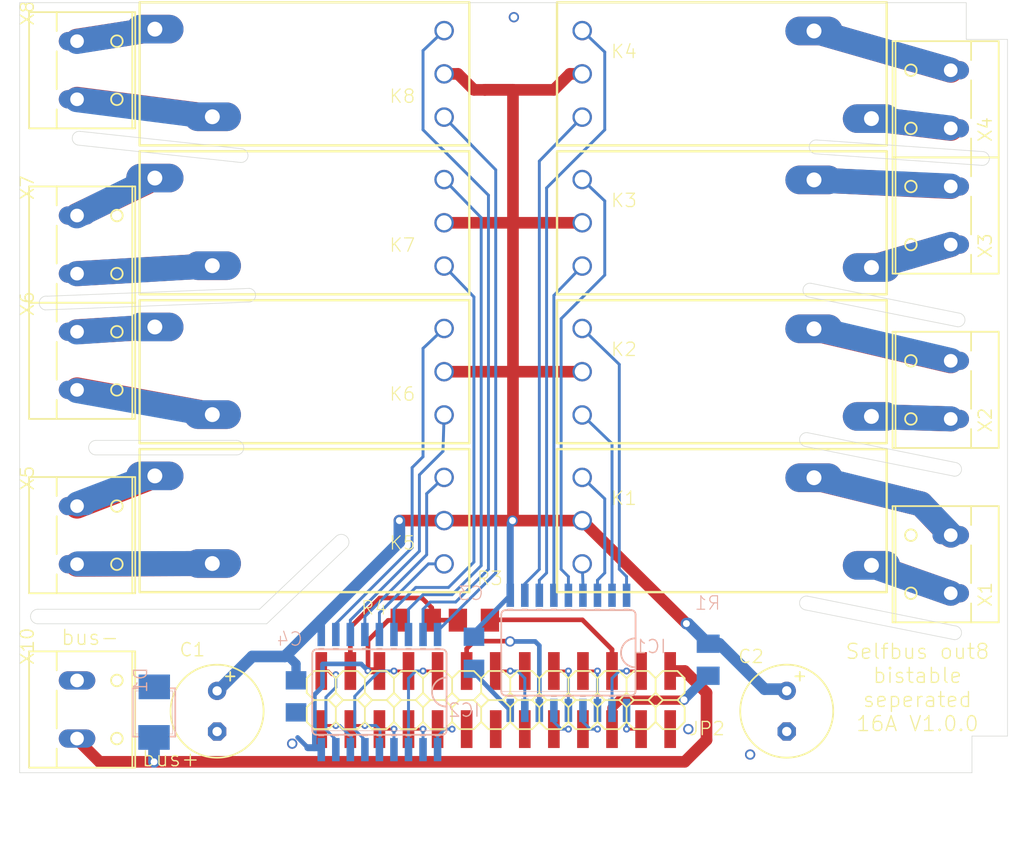
<source format=kicad_pcb>
(kicad_pcb (version 20221018) (generator pcbnew)
  (layers (0 "F.Cu" signal) (31 "B.Cu" signal) (34 "B.Paste" user) (35 "F.Paste" user) (36 "B.SilkS" user "B.Silkscreen") (37 "F.SilkS" user "F.Silkscreen") (38 "B.Mask" user) (39 "F.Mask" user) (44 "Edge.Cuts" user))
  (net 0 "")
  (net 1 "GND")
  (net 2 "VDD")
  (net 3 "EIB+")
  (net 4 "IO5")
  (net 5 "IO6")
  (net 6 "IO8")
  (net 7 "IO2")
  (net 8 "IO1")
  (net 9 "IO7")
  (net 10 "IO4")
  (net 11 "O3")
  (net 12 "O4")
  (net 13 "O1")
  (net 14 "O2")
  (net 15 "O6")
  (net 16 "O5")
  (net 17 "O8")
  (net 18 "O7")
  (net 19 "O16")
  (net 20 "O15")
  (net 21 "O14")
  (net 22 "O13")
  (net 23 "O12")
  (net 24 "O11")
  (net 25 "O10")
  (net 26 "O9")
  (net 27 "IO9")
  (net 28 "IO10")
  (net 29 "IO11")
  (net 30 "IO12")
  (net 31 "IO15")
  (net 32 "IO16")
  (net 33 "N$2")
  (net 34 "K78")
  (net 35 "N$11")
  (net 36 "N$13")
  (net 37 "N$14")
  (net 38 "K56")
  (net 39 "N$1")
  (net 40 "N$4")
  (net 41 "K34")
  (net 42 "N$3")
  (net 43 "K12")
  (net 44 "N$8")
  (net 45 "VCC_3V3")
  (net 46 "EIB_DC")
  (net 47 "IO13")
  (net 48 "IO14")
  (net 49 "APP_SEL")
  (net 50 "PIO0_9")
  (net 51 "N$5")
  (net 52 "N$6")
  (net 53 "N$7")
  (net 54 "N$9")
  (footprint "app_out_8x_16A_bistab_seperated_4MU_BOT_v1.0.0:HFE20-3-504" (layer "F.Cu") (at 129.8351 116.6241 180)
    (fp_text reference "K5")
    (fp_text value "HFE20-1-024-1HD504")
  )
  (footprint "app_out_8x_16A_bistab_seperated_4MU_BOT_v1.0.0:2X13SMD" (layer "F.Cu") (at 160.9136 133.5786 180)
    (fp_text reference "JP2")
    (fp_text value "")
  )
  (footprint "app_out_8x_16A_bistab_seperated_4MU_BOT_v1.0.0:E3,5-8" (layer "F.Cu") (at 172.366553 133.279285 -90)
    (fp_text reference "C2")
    (fp_text value "330µF")
  )
  (footprint "app_out_8x_16A_bistab_seperated_4MU_BOT_v1.0.0:W237-132" (layer "F.Cu") (at 186.0596 89.9541 90)
    (fp_text reference "X3")
    (fp_text value "")
  )
  (footprint "app_out_8x_16A_bistab_seperated_4MU_BOT_v1.0.0:HFE20-3-504" (layer "F.Cu") (at 167.1001 77.5716)
    (fp_text reference "K4")
    (fp_text value "HFE20-1-024-1HD504")
  )
  (footprint "app_out_8x_16A_bistab_seperated_4MU_BOT_v1.0.0:M1206" (layer "F.Cu") (at 139.9586 125.3236)
    (fp_text reference "R4")
    (fp_text value "33k")
  )
  (footprint "app_out_8x_16A_bistab_seperated_4MU_BOT_v1.0.0:E3,5-8" (layer "F.Cu") (at 122.603478 133.284382 -90)
    (fp_text reference "C1")
    (fp_text value "330µF")
  )
  (footprint "app_out_8x_16A_bistab_seperated_4MU_BOT_v1.0.0:HFE20-3-504" (layer "F.Cu") (at 167.1001 90.5891)
    (fp_text reference "K3")
    (fp_text value "HFE20-1-024-1HD504")
  )
  (footprint "app_out_8x_16A_bistab_seperated_4MU_BOT_v1.0.0:HFE20-3-504" (layer "F.Cu") (at 167.1001 116.6241)
    (fp_text reference "K1")
    (fp_text value "HFE20-1-024-1HD504")
  )
  (footprint "app_out_8x_16A_bistab_seperated_4MU_BOT_v1.0.0:W237-132" (layer "F.Cu") (at 186.0596 105.1941 90)
    (fp_text reference "X2")
    (fp_text value "")
  )
  (footprint "app_out_8x_16A_bistab_seperated_4MU_BOT_v1.0.0:HFE20-3-504" (layer "F.Cu") (at 129.8351 90.5891 180)
    (fp_text reference "K7")
    (fp_text value "HFE20-1-024-1HD504")
  )
  (footprint "app_out_8x_16A_bistab_seperated_4MU_BOT_v1.0.0:HFE20-3-504" (layer "F.Cu") (at 129.8351 103.6066 180)
    (fp_text reference "K6")
    (fp_text value "HFE20-1-024-1HD504")
  )
  (footprint "app_out_8x_16A_bistab_seperated_4MU_BOT_v1.0.0:W237-132" (layer "F.Cu") (at 186.0596 79.7941 90)
    (fp_text reference "X4")
    (fp_text value "")
  )
  (footprint "app_out_8x_16A_bistab_seperated_4MU_BOT_v1.0.0:W237-132" (layer "F.Cu") (at 111.0026 102.6541 -90)
    (fp_text reference "X6")
    (fp_text value "")
  )
  (footprint "app_out_8x_16A_bistab_seperated_4MU_BOT_v1.0.0:W237-132" (layer "F.Cu") (at 111.0026 117.8941 -90)
    (fp_text reference "X5")
    (fp_text value "")
  )
  (footprint "app_out_8x_16A_bistab_seperated_4MU_BOT_v1.0.0:W237-132" (layer "F.Cu") (at 111.0026 92.4941 -90)
    (fp_text reference "X7")
    (fp_text value "")
  )
  (footprint "app_out_8x_16A_bistab_seperated_4MU_BOT_v1.0.0:HFE20-3-504" (layer "F.Cu") (at 167.0976 103.6066)
    (fp_text reference "K2")
    (fp_text value "HFE20-1-024-1HD504")
  )
  (footprint "app_out_8x_16A_bistab_seperated_4MU_BOT_v1.0.0:M1206" (layer "F.Cu") (at 145.0386 125.3236)
    (fp_text reference "R3")
    (fp_text value "33k")
  )
  (footprint "app_out_8x_16A_bistab_seperated_4MU_BOT_v1.0.0:W237-132" (layer "F.Cu") (at 111.0026 133.1341 -90)
    (fp_text reference "X10")
    (fp_text value "")
  )
  (footprint "app_out_8x_16A_bistab_seperated_4MU_BOT_v1.0.0:W237-132" (layer "F.Cu") (at 111.0026 77.2541 -90)
    (fp_text reference "X8")
    (fp_text value "")
  )
  (footprint "app_out_8x_16A_bistab_seperated_4MU_BOT_v1.0.0:HFE20-3-504" (layer "F.Cu") (at 129.8376 77.5716 180)
    (fp_text reference "K8")
    (fp_text value "HFE20-1-024-1HD504")
  )
  (footprint "app_out_8x_16A_bistab_seperated_4MU_BOT_v1.0.0:W237-132" (layer "F.Cu") (at 186.0596 120.4341 90)
    (fp_text reference "X1")
    (fp_text value "")
  )
  (footprint "" (layer "F.Cu") (at 148.6201 75.1636)
    (fp_text reference "@HOLE0" hide)
    (fp_text value "")
  )
  (footprint "app_out_8x_16A_bistab_seperated_4MU_BOT_v1.0.0:M1206" (layer "B.Cu") (at 165.502203 128.784029 90)
    (fp_text reference "R1")
    (fp_text value "680")
  )
  (footprint "app_out_8x_16A_bistab_seperated_4MU_BOT_v1.0.0:SO18W" (layer "B.Cu") (at 136.7836 131.6101 180)
    (fp_text reference "IC2")
    (fp_text value "ULN2803")
  )
  (footprint "app_out_8x_16A_bistab_seperated_4MU_BOT_v1.0.0:C1206" (layer "B.Cu") (at 129.498121 131.984169 -90)
    (fp_text reference "C4")
    (fp_text value "100n")
  )
  (footprint "app_out_8x_16A_bistab_seperated_4MU_BOT_v1.0.0:SO18W" (layer "B.Cu") (at 153.2936 128.1811 180)
    (fp_text reference "IC1")
    (fp_text value "ULN2803")
  )
  (footprint "app_out_8x_16A_bistab_seperated_4MU_BOT_v1.0.0:SMB" (layer "B.Cu") (at 117.219012 133.265004 90)
    (fp_text reference "D1")
    (fp_text value "SMAJ40CA")
  )
  (footprint "app_out_8x_16A_bistab_seperated_4MU_BOT_v1.0.0:C1206" (layer "B.Cu") (at 145.0436 128.1736 -90)
    (fp_text reference "C3")
    (fp_text value "100n")
  )
  (gr_arc (start 174.8311 84.5561) (mid 174.3311 83.8561) (end 175.0311 83.3561) (stroke (width 0.05)) (layer "Edge.Cuts"))
  (gr_arc (start 124.7561 84.1161) (mid 125.3061 84.7661) (end 124.6561 85.3161) (stroke (width 0.05)) (layer "Edge.Cuts"))
  (gr_arc (start 124.9311 110.2461) (mid 124.745113 110.695113) (end 124.2961 110.8811) (stroke (width 0.05)) (layer "Edge.Cuts"))
  (gr_arc (start 187.3911 98.4786) (mid 187.9411 99.1286) (end 187.2911 99.6786) (stroke (width 0.05)) (layer "Edge.Cuts"))
  (gr_line (start 126.9411 125.6411) (end 106.9386 125.6411) (stroke (width 0.05)) (layer "Edge.Cuts"))
  (gr_line (start 175.0311 83.3561) (end 189.5186 84.3686) (stroke (width 0.05)) (layer "Edge.Cuts"))
  (gr_line (start 124.6561 85.3161) (end 110.4511 83.7986) (stroke (width 0.05)) (layer "Edge.Cuts"))
  (gr_line (start 191.6511 135.4586) (end 188.5511 135.4586) (stroke (width 0.05)) (layer "Edge.Cuts"))
  (gr_line (start 126.9411 125.6411) (end 133.9261 118.9736) (stroke (width 0.05)) (layer "Edge.Cuts"))
  (gr_arc (start 110.4511 83.7986) (mid 109.9511 83.0986) (end 110.6511 82.5986) (stroke (width 0.05)) (layer "Edge.Cuts"))
  (gr_arc (start 187.0911 111.5386) (mid 187.6411 112.1886) (end 186.9911 112.7386) (stroke (width 0.05)) (layer "Edge.Cuts"))
  (gr_line (start 191.6511 74.5586) (end 191.6511 135.4586) (stroke (width 0.05)) (layer "Edge.Cuts"))
  (gr_line (start 188.5511 135.4586) (end 188.5511 138.6586) (stroke (width 0.05)) (layer "Edge.Cuts"))
  (gr_arc (start 187.0911 125.8261) (mid 187.6411 126.4761) (end 186.9911 127.0261) (stroke (width 0.05)) (layer "Edge.Cuts"))
  (gr_line (start 107.770415 97.005425) (end 125.4211 96.3236) (stroke (width 0.05)) (layer "Edge.Cuts"))
  (gr_line (start 188.5511 138.6586) (end 105.3511 138.6586) (stroke (width 0.05)) (layer "Edge.Cuts"))
  (gr_line (start 105.3511 71.3486) (end 188.0511 71.3486) (stroke (width 0.05)) (layer "Edge.Cuts"))
  (gr_arc (start 112.0186 110.8811) (mid 111.569587 110.695113) (end 111.3836 110.2461) (stroke (width 0.05)) (layer "Edge.Cuts"))
  (gr_line (start 125.3211 97.5236) (end 107.570415 98.205425) (stroke (width 0.05)) (layer "Edge.Cuts"))
  (gr_line (start 186.9911 127.0261) (end 173.9911 124.4261) (stroke (width 0.05)) (layer "Edge.Cuts"))
  (gr_line (start 112.0186 109.6111) (end 124.2961 109.6111) (stroke (width 0.05)) (layer "Edge.Cuts"))
  (gr_arc (start 124.2961 109.6111) (mid 124.745113 109.797087) (end 124.9311 110.2461) (stroke (width 0.05)) (layer "Edge.Cuts"))
  (gr_arc (start 173.9911 124.4261) (mid 173.4911 123.7261) (end 174.1911 123.2261) (stroke (width 0.05)) (layer "Edge.Cuts"))
  (gr_line (start 110.6511 82.5986) (end 124.7561 84.1161) (stroke (width 0.05)) (layer "Edge.Cuts"))
  (gr_arc (start 107.570415 98.205425) (mid 107.070415 97.505425) (end 107.770415 97.005425) (stroke (width 0.05)) (layer "Edge.Cuts"))
  (gr_line (start 106.9386 124.3711) (end 126.3061 124.3711) (stroke (width 0.05)) (layer "Edge.Cuts"))
  (gr_line (start 174.1911 108.9386) (end 187.0911 111.5386) (stroke (width 0.05)) (layer "Edge.Cuts"))
  (gr_line (start 124.2961 110.8811) (end 112.0186 110.8811) (stroke (width 0.05)) (layer "Edge.Cuts"))
  (gr_line (start 187.2911 99.6786) (end 174.2911 97.0786) (stroke (width 0.05)) (layer "Edge.Cuts"))
  (gr_line (start 188.0511 71.3486) (end 188.0511 74.5586) (stroke (width 0.05)) (layer "Edge.Cuts"))
  (gr_arc (start 189.5186 84.3686) (mid 190.0686 85.0186) (end 189.4186 85.5686) (stroke (width 0.05)) (layer "Edge.Cuts"))
  (gr_line (start 189.4186 85.5686) (end 174.8311 84.5561) (stroke (width 0.05)) (layer "Edge.Cuts"))
  (gr_arc (start 106.9386 125.6411) (mid 106.489587 125.455113) (end 106.3036 125.0061) (stroke (width 0.05)) (layer "Edge.Cuts"))
  (gr_arc (start 125.4211 96.3236) (mid 125.9711 96.9736) (end 125.3211 97.5236) (stroke (width 0.05)) (layer "Edge.Cuts"))
  (gr_arc (start 174.2911 97.0786) (mid 173.7911 96.3786) (end 174.4911 95.8786) (stroke (width 0.05)) (layer "Edge.Cuts"))
  (gr_line (start 126.3061 124.3711) (end 132.9736 118.0211) (stroke (width 0.05)) (layer "Edge.Cuts"))
  (gr_arc (start 106.3036 125.0061) (mid 106.489587 124.557087) (end 106.9386 124.3711) (stroke (width 0.05)) (layer "Edge.Cuts"))
  (gr_line (start 186.9911 112.7386) (end 173.9911 110.1386) (stroke (width 0.05)) (layer "Edge.Cuts"))
  (gr_line (start 174.4911 95.8786) (end 187.3911 98.4786) (stroke (width 0.05)) (layer "Edge.Cuts"))
  (gr_arc (start 132.9736 118.0211) (mid 133.9261 118.0211) (end 133.9261 118.9736) (stroke (width 0.05)) (layer "Edge.Cuts"))
  (gr_arc (start 173.9911 110.1386) (mid 173.4911 109.4386) (end 174.1911 108.9386) (stroke (width 0.05)) (layer "Edge.Cuts"))
  (gr_arc (start 111.3836 110.2461) (mid 111.569587 109.797087) (end 112.0186 109.6111) (stroke (width 0.05)) (layer "Edge.Cuts"))
  (gr_line (start 174.1911 123.2261) (end 187.0911 125.8261) (stroke (width 0.05)) (layer "Edge.Cuts"))
  (gr_line (start 105.3511 138.6586) (end 105.3511 71.3486) (stroke (width 0.05)) (layer "Edge.Cuts"))
  (gr_line (start 188.0511 74.5586) (end 191.6511 74.5586) (stroke (width 0.05)) (layer "Edge.Cuts"))
  (gr_text "bus+" (at 118.552365 137.444854) (layer "F.SilkS") (effects (font (size 1.308608 1.308608) (thickness 0.113792))))
  (gr_text "bus-" (at 111.50235 126.8361) (layer "F.SilkS") (effects (font (size 1.308608 1.308608) (thickness 0.113792))))
  (gr_text "Selfbus out8\nbistable\nseperated\n16A V1.0.0" (at 183.788312 131.215304) (layer "F.SilkS") (effects (font (size 1.308608 1.308608) (thickness 0.113792))))
  (segment (start 138.538215 125.343985) (end 138.5586 125.3236) (width 0.4064) (layer "F.Cu") (net 1))
  (segment (start 135.788115 129.7511) (end 136.7661 129.7511) (width 0.6096) (layer "F.Cu") (net 1))
  (segment (start 135.788115 129.7511) (end 135.788115 127.103285) (width 0.4064) (layer "F.Cu") (net 1))
  (segment (start 136.7661 129.7511) (end 136.7836 129.7686) (width 0.6096) (layer "F.Cu") (net 1))
  (segment (start 137.547415 125.343985) (end 138.538215 125.343985) (width 0.4064) (layer "F.Cu") (net 1))
  (segment (start 135.788115 127.103285) (end 137.547415 125.343985) (width 0.4064) (layer "F.Cu") (net 1))
  (via (at 163.7711 134.8486) (size 0.9) (drill 0.6) (layers "F.Cu" "B.Cu") (net 1))
  (via (at 148.5311 72.6186) (size 0.9) (drill 0.6) (layers "F.Cu" "B.Cu") (net 1))
  (via (at 135.788115 129.7511) (size 0.6) (drill 0.3) (layers "F.Cu" "B.Cu") (net 1))
  (via (at 129.1636 136.1186) (size 0.9) (drill 0.6) (layers "F.Cu" "B.Cu") (net 1))
  (via (at 169.1686 137.0711) (size 0.9) (drill 0.6) (layers "F.Cu" "B.Cu") (net 1))
  (segment (start 131.808653 129.181472) (end 131.840125 129.15) (width 0.4064) (layer "B.Cu") (net 1))
  (segment (start 131.100503 131.851497) (end 131.808653 131.143347) (width 0.4064) (layer "B.Cu") (net 1))
  (segment (start 131.840125 129.15) (end 135.187015 129.15) (width 0.4064) (layer "B.Cu") (net 1))
  (segment (start 135.187015 129.15) (end 135.788115 129.7511) (width 0.4064) (layer "B.Cu") (net 1))
  (segment (start 135.788115 129.7511) (end 135.7811 129.7511) (width 0.4064) (layer "B.Cu") (net 1))
  (segment (start 131.08899 136.4736) (end 131.5379 136.4736) (width 0.6096) (layer "B.Cu") (net 1))
  (segment (start 130.5336 136.4736) (end 131.08899 136.4736) (width 0.6096) (layer "B.Cu") (net 1))
  (segment (start 131.808653 131.143347) (end 131.808653 129.181472) (width 0.4064) (layer "B.Cu") (net 1))
  (segment (start 145.1295 129.9945) (end 148.2136 133.2103) (width 0.4064) (layer "B.Cu") (net 1))
  (segment (start 131.5379 136.4736) (end 131.7036 136.6393) (width 0.4064) (layer "B.Cu") (net 1))
  (segment (start 131.100503 136.462088) (end 131.100503 131.851497) (width 0.4064) (layer "B.Cu") (net 1))
  (segment (start 131.4786 136.4143) (end 131.7036 136.6393) (width 0.4064) (layer "B.Cu") (net 1))
  (segment (start 131.08899 136.4736) (end 131.100503 136.462088) (width 0.4064) (layer "B.Cu") (net 1))
  (segment (start 129.638512 135.578513) (end 130.5336 136.4736) (width 0.4064) (layer "B.Cu") (net 1))
  (segment (start 145.0436 129.5736) (end 145.1295 129.9945) (width 0.4064) (layer "B.Cu") (net 1))
  (segment (start 154.5001 77.5716) (end 153.4206 77.5716) (width 1.016) (layer "F.Cu") (net 2))
  (segment (start 148.4511 90.3986) (end 148.4511 78.9586) (width 1.016) (layer "F.Cu") (net 2))
  (segment (start 148.2606 90.5891) (end 148.2606 90.5891) (width 1.016) (layer "F.Cu") (net 2))
  (segment (start 146.0011 78.9586) (end 146.0011 78.9586) (width 1.016) (layer "F.Cu") (net 2))
  (segment (start 143.6416 77.5716) (end 142.4376 77.5716) (width 1.016) (layer "F.Cu") (net 2))
  (segment (start 148.2606 90.5891) (end 142.4351 90.5891) (width 1.016) (layer "F.Cu") (net 2))
  (segment (start 154.5001 116.6241) (end 148.4136 116.6241) (width 1.016) (layer "F.Cu") (net 2))
  (segment (start 152.0236 78.9686) (end 145.9911 78.9686) (width 1.016) (layer "F.Cu") (net 2))
  (segment (start 148.35585 90.563578) (end 148.425578 90.49385) (width 1.016) (layer "F.Cu") (net 2))
  (segment (start 148.54635 90.563578) (end 148.476622 90.49385) (width 1.016) (layer "F.Cu") (net 2))
  (segment (start 163.601793 125.625794) (end 154.5001 116.6241) (width 1.016) (layer "F.Cu") (net 2))
  (segment (start 143.6416 77.5716) (end 145.0386 78.9686) (width 1.016) (layer "F.Cu") (net 2))
  (segment (start 142.4351 103.6066) (end 148.4511 103.6066) (width 1.016) (layer "F.Cu") (net 2))
  (segment (start 148.6416 90.5891) (end 148.54635 90.563578) (width 1.016) (layer "F.Cu") (net 2))
  (segment (start 146.0011 78.9586) (end 145.9911 78.9686) (width 1.016) (layer "F.Cu") (net 2))
  (segment (start 153.4206 77.5716) (end 152.0236 78.9686) (width 1.016) (layer "F.Cu") (net 2))
  (segment (start 142.332303 116.621304) (end 142.4351 116.6241) (width 0.4064) (layer "F.Cu") (net 2))
  (segment (start 145.9911 78.9686) (end 145.0386 78.9686) (width 1.016) (layer "F.Cu") (net 2))
  (segment (start 148.425578 90.49385) (end 148.4511 90.3986) (width 1.016) (layer "F.Cu") (net 2))
  (segment (start 154.4976 103.6066) (end 148.4511 103.6066) (width 1.016) (layer "F.Cu") (net 2))
  (segment (start 148.4136 116.6241) (end 142.4351 116.6241) (width 1.016) (layer "F.Cu") (net 2))
  (segment (start 148.4511 116.5586) (end 148.4511 103.6066) (width 1.016) (layer "F.Cu") (net 2))
  (segment (start 148.6416 90.5891) (end 148.6416 90.5891) (width 1.016) (layer "F.Cu") (net 2))
  (segment (start 148.6416 90.5891) (end 154.5001 90.5891) (width 1.016) (layer "F.Cu") (net 2))
  (segment (start 148.476622 90.49385) (end 148.4511 90.3986) (width 1.016) (layer "F.Cu") (net 2))
  (segment (start 148.4511 78.9586) (end 146.0011 78.9586) (width 1.016) (layer "F.Cu") (net 2))
  (segment (start 138.527015 116.621304) (end 142.332303 116.621304) (width 1.016) (layer "F.Cu") (net 2))
  (segment (start 148.2606 90.5891) (end 148.35585 90.563578) (width 1.016) (layer "F.Cu") (net 2))
  (segment (start 148.4511 103.6066) (end 148.4511 90.3986) (width 1.016) (layer "F.Cu") (net 2))
  (via (at 148.4136 116.6241) (size 0.9) (drill 0.6) (layers "F.Cu" "B.Cu") (net 2))
  (via (at 163.601793 125.625794) (size 0.9) (drill 0.6) (layers "F.Cu" "B.Cu") (net 2))
  (via (at 138.527015 116.621304) (size 0.9) (drill 0.6) (layers "F.Cu" "B.Cu") (net 2))
  (segment (start 122.663318 131.506382) (end 125.6711 128.4986) (width 1.016) (layer "B.Cu") (net 2))
  (segment (start 129.498121 130.584169) (end 129.498121 129.150622) (width 0.8128) (layer "B.Cu") (net 2))
  (segment (start 166.466528 127.384029) (end 170.4386 131.3561) (width 1.016) (layer "B.Cu") (net 2))
  (segment (start 128.68735 128.33985) (end 128.5286 128.4986) (width 1.016) (layer "B.Cu") (net 2))
  (segment (start 122.603478 131.506382) (end 122.663318 131.506382) (width 1.016) (layer "B.Cu") (net 2))
  (segment (start 163.743968 125.625794) (end 165.502203 127.384029) (width 1.016) (layer "B.Cu") (net 2))
  (segment (start 148.2136 116.8241) (end 148.4136 116.6241) (width 0.6096) (layer "B.Cu") (net 2))
  (segment (start 138.527015 116.621304) (end 138.527015 118.500185) (width 1.016) (layer "B.Cu") (net 2))
  (segment (start 131.7036 126.5809) (end 131.7036 125.3236) (width 0.6096) (layer "B.Cu") (net 2))
  (segment (start 165.502203 127.384029) (end 166.466528 127.384029) (width 1.016) (layer "B.Cu") (net 2))
  (segment (start 145.3611 126.0552) (end 145.0436 126.7736) (width 0.4064) (layer "B.Cu") (net 2))
  (segment (start 138.527015 118.500185) (end 131.7036 125.3236) (width 1.016) (layer "B.Cu") (net 2))
  (segment (start 148.2136 123.1519) (end 145.3611 126.0552) (width 0.4064) (layer "B.Cu") (net 2))
  (segment (start 163.601793 125.625794) (end 163.743968 125.625794) (width 1.016) (layer "B.Cu") (net 2))
  (segment (start 125.6711 128.4986) (end 128.5286 128.4986) (width 1.016) (layer "B.Cu") (net 2))
  (segment (start 172.221368 131.3561) (end 172.366553 131.501285) (width 1.016) (layer "B.Cu") (net 2))
  (segment (start 129.498121 129.150622) (end 128.68735 128.33985) (width 0.8128) (layer "B.Cu") (net 2))
  (segment (start 131.7036 125.3236) (end 128.68735 128.33985) (width 1.016) (layer "B.Cu") (net 2))
  (segment (start 170.4386 131.3561) (end 172.221368 131.3561) (width 1.016) (layer "B.Cu") (net 2))
  (segment (start 148.2136 123.1519) (end 148.2136 116.8241) (width 0.6096) (layer "B.Cu") (net 2))
  (segment (start 163.4536 137.7061) (end 117.0986 137.7061) (width 1.016) (layer "F.Cu") (net 3))
  (segment (start 163.4536 129.7686) (end 165.3586 131.6736) (width 1.016) (layer "F.Cu") (net 3))
  (segment (start 110.3676 135.6741) (end 110.3676 135.7376) (width 1.016) (layer "F.Cu") (net 3))
  (segment (start 165.3586 135.8011) (end 163.4536 137.7061) (width 1.016) (layer "F.Cu") (net 3))
  (segment (start 162.1836 129.7686) (end 163.4536 129.7686) (width 1.016) (layer "F.Cu") (net 3))
  (segment (start 165.3586 131.6736) (end 165.3586 135.8011) (width 1.016) (layer "F.Cu") (net 3))
  (segment (start 117.0986 137.7061) (end 112.3361 137.7061) (width 1.016) (layer "F.Cu") (net 3))
  (segment (start 110.3676 135.7376) (end 112.3361 137.7061) (width 1.016) (layer "F.Cu") (net 3))
  (via (at 117.0986 137.7061) (size 0.9) (drill 0.6) (layers "F.Cu" "B.Cu") (net 3))
  (segment (start 117.092012 135.576404) (end 117.092012 137.699513) (width 1.016) (layer "B.Cu") (net 3))
  (segment (start 117.092012 137.699513) (end 117.0986 137.7061) (width 1.016) (layer "B.Cu") (net 3))
  (segment (start 158.3736 134.8486) (end 159.6436 134.8486) (width 0.254) (layer "F.Cu") (net 4))
  (via (at 158.3736 134.8486) (size 0.6) (drill 0.3) (layers "F.Cu" "B.Cu") (net 4))
  (segment (start 158.3736 133.2103) (end 158.3736 134.8486) (width 0.254) (layer "B.Cu") (net 4))
  (segment (start 158.3736 129.7686) (end 159.6436 129.7686) (width 0.254) (layer "F.Cu") (net 5))
  (via (at 158.3736 129.7686) (size 0.6) (drill 0.3) (layers "F.Cu" "B.Cu") (net 5))
  (segment (start 157.7386 129.7686) (end 158.3736 129.7686) (width 0.254) (layer "B.Cu") (net 5))
  (segment (start 157.1036 133.2103) (end 157.1036 130.4036) (width 0.254) (layer "B.Cu") (net 5))
  (segment (start 157.1036 130.4036) (end 157.7386 129.7686) (width 0.254) (layer "B.Cu") (net 5))
  (segment (start 154.5636 129.7686) (end 155.8336 129.7686) (width 0.254) (layer "F.Cu") (net 6))
  (via (at 155.8336 129.7686) (size 0.6) (drill 0.3) (layers "F.Cu" "B.Cu") (net 6))
  (segment (start 155.8336 129.7686) (end 155.8336 133.2103) (width 0.254) (layer "B.Cu") (net 6))
  (segment (start 155.8336 134.8486) (end 154.5636 134.8486) (width 0.254) (layer "F.Cu") (net 7))
  (via (at 155.8336 134.8486) (size 0.6) (drill 0.3) (layers "F.Cu" "B.Cu") (net 7))
  (segment (start 154.5636 133.2103) (end 154.5636 134.2136) (width 0.254) (layer "B.Cu") (net 7))
  (segment (start 154.5636 134.2136) (end 155.1986 134.8486) (width 0.254) (layer "B.Cu") (net 7))
  (segment (start 155.1986 134.8486) (end 155.8336 134.8486) (width 0.254) (layer "B.Cu") (net 7))
  (segment (start 152.0236 129.7686) (end 153.2936 129.7686) (width 0.254) (layer "F.Cu") (net 8))
  (via (at 153.2936 129.7686) (size 0.6) (drill 0.3) (layers "F.Cu" "B.Cu") (net 8))
  (segment (start 153.2936 129.7686) (end 153.2936 133.2103) (width 0.254) (layer "B.Cu") (net 8))
  (segment (start 153.2936 134.8486) (end 152.0236 134.8486) (width 0.254) (layer "F.Cu") (net 9))
  (via (at 153.2936 134.8486) (size 0.6) (drill 0.3) (layers "F.Cu" "B.Cu") (net 9))
  (segment (start 152.0236 134.2136) (end 152.6586 134.8486) (width 0.254) (layer "B.Cu") (net 9))
  (segment (start 152.6586 134.8486) (end 153.2936 134.8486) (width 0.254) (layer "B.Cu") (net 9))
  (segment (start 152.0236 133.2103) (end 152.0236 134.2136) (width 0.254) (layer "B.Cu") (net 9))
  (segment (start 148.2136 129.7686) (end 146.9436 129.7686) (width 0.254) (layer "F.Cu") (net 10))
  (via (at 148.2136 129.7686) (size 0.6) (drill 0.3) (layers "F.Cu" "B.Cu") (net 10))
  (segment (start 149.4836 130.4036) (end 148.8486 129.7686) (width 0.254) (layer "B.Cu") (net 10))
  (segment (start 149.4836 133.2103) (end 149.4836 130.4036) (width 0.254) (layer "B.Cu") (net 10))
  (segment (start 148.8486 129.7686) (end 148.2136 129.7686) (width 0.254) (layer "B.Cu") (net 10))
  (segment (start 155.8336 123.1519) (end 155.8336 121.8311) (width 0.254) (layer "B.Cu") (net 11))
  (segment (start 156.4686 121.1961) (end 156.4686 114.7126) (width 0.254) (layer "B.Cu") (net 11))
  (segment (start 156.4686 114.7126) (end 154.5001 112.8441) (width 0.254) (layer "B.Cu") (net 11))
  (segment (start 155.8336 121.8311) (end 156.4686 121.1961) (width 0.254) (layer "B.Cu") (net 11))
  (segment (start 154.5001 120.4041) (end 154.6001 123.1154) (width 0.254) (layer "B.Cu") (net 12))
  (segment (start 154.6001 123.1154) (end 154.5636 123.1519) (width 0.254) (layer "B.Cu") (net 12))
  (segment (start 157.7386 120.8786) (end 157.7386 102.9676) (width 0.254) (layer "B.Cu") (net 13))
  (segment (start 157.7386 102.9676) (end 154.4976 99.8266) (width 0.254) (layer "B.Cu") (net 13))
  (segment (start 158.3736 121.5136) (end 157.7386 120.8786) (width 0.254) (layer "B.Cu") (net 13))
  (segment (start 158.3736 123.1519) (end 158.3736 121.5136) (width 0.254) (layer "B.Cu") (net 13))
  (segment (start 157.1036 109.8926) (end 154.4976 107.3866) (width 0.254) (layer "B.Cu") (net 14))
  (segment (start 157.1036 123.1519) (end 157.1036 109.8926) (width 0.254) (layer "B.Cu") (net 14))
  (segment (start 152.0236 123.1519) (end 152.0236 96.9456) (width 0.254) (layer "B.Cu") (net 15))
  (segment (start 152.0236 96.9456) (end 154.5001 94.3691) (width 0.254) (layer "B.Cu") (net 15))
  (segment (start 156.4686 95.1611) (end 156.4686 88.6776) (width 0.254) (layer "B.Cu") (net 16))
  (segment (start 156.4686 88.6776) (end 154.5001 86.8091) (width 0.254) (layer "B.Cu") (net 16))
  (segment (start 153.2936 123.1519) (end 153.2936 121.5136) (width 0.254) (layer "B.Cu") (net 16))
  (segment (start 152.6586 120.8786) (end 152.6586 98.9711) (width 0.254) (layer "B.Cu") (net 16))
  (segment (start 153.2936 121.5136) (end 152.6586 120.8786) (width 0.254) (layer "B.Cu") (net 16))
  (segment (start 152.6586 98.9711) (end 156.4686 95.1611) (width 0.254) (layer "B.Cu") (net 16))
  (segment (start 149.4836 122.1486) (end 150.7536 120.8786) (width 0.254) (layer "B.Cu") (net 17))
  (segment (start 149.4836 123.1519) (end 149.4836 122.1486) (width 0.254) (layer "B.Cu") (net 17))
  (segment (start 150.7536 120.8786) (end 150.7536 85.1981) (width 0.254) (layer "B.Cu") (net 17))
  (segment (start 150.7536 85.1981) (end 154.5001 81.3516) (width 0.254) (layer "B.Cu") (net 17))
  (segment (start 150.7536 121.8311) (end 151.3886 121.1961) (width 0.254) (layer "B.Cu") (net 18))
  (segment (start 150.7536 123.1519) (end 150.7536 121.8311) (width 0.254) (layer "B.Cu") (net 18))
  (segment (start 156.4686 75.6601) (end 154.5001 73.7916) (width 0.254) (layer "B.Cu") (net 18))
  (segment (start 151.3886 121.1961) (end 151.3886 87.5411) (width 0.254) (layer "B.Cu") (net 18))
  (segment (start 151.3886 87.5411) (end 156.4686 82.4611) (width 0.254) (layer "B.Cu") (net 18))
  (segment (start 156.4686 82.4611) (end 156.4686 75.6601) (width 0.254) (layer "B.Cu") (net 18))
  (segment (start 139.3236 124.3711) (end 139.3236 126.5809) (width 0.254) (layer "B.Cu") (net 19))
  (segment (start 145.6736 120.5611) (end 143.1336 123.1011) (width 0.254) (layer "B.Cu") (net 19))
  (segment (start 143.1336 123.1011) (end 140.5936 123.1011) (width 0.254) (layer "B.Cu") (net 19))
  (segment (start 145.6736 120.5611) (end 145.6736 90.1476) (width 0.254) (layer "B.Cu") (net 19))
  (segment (start 140.5936 123.1011) (end 139.3236 124.3711) (width 0.254) (layer "B.Cu") (net 19))
  (segment (start 145.6736 90.1476) (end 142.4351 86.8091) (width 0.254) (layer "B.Cu") (net 19))
  (segment (start 145.0386 120.2436) (end 145.0386 97.0726) (width 0.254) (layer "B.Cu") (net 20))
  (segment (start 145.0386 120.2436) (end 142.8161 122.4661) (width 0.254) (layer "B.Cu") (net 20))
  (segment (start 142.8161 122.4661) (end 139.9586 122.4661) (width 0.254) (layer "B.Cu") (net 20))
  (segment (start 145.0386 97.0726) (end 142.4351 94.3691) (width 0.254) (layer "B.Cu") (net 20))
  (segment (start 138.0536 124.3711) (end 138.0536 126.5809) (width 0.254) (layer "B.Cu") (net 20))
  (segment (start 139.9586 122.4661) (end 138.0536 124.3711) (width 0.254) (layer "B.Cu") (net 20))
  (segment (start 140.5936 75.5356) (end 142.4376 73.7916) (width 0.254) (layer "B.Cu") (net 21))
  (segment (start 140.5936 124.3711) (end 140.5936 126.5809) (width 0.254) (layer "B.Cu") (net 21))
  (segment (start 141.2286 123.7361) (end 140.5936 124.3711) (width 0.254) (layer "B.Cu") (net 21))
  (segment (start 146.3086 120.8786) (end 143.4511 123.7361) (width 0.254) (layer "B.Cu") (net 21))
  (segment (start 146.3086 120.8786) (end 146.3086 88.1761) (width 0.254) (layer "B.Cu") (net 21))
  (segment (start 146.3086 88.1761) (end 140.5936 82.4611) (width 0.254) (layer "B.Cu") (net 21))
  (segment (start 140.5936 82.4611) (end 140.5936 75.5356) (width 0.254) (layer "B.Cu") (net 21))
  (segment (start 143.4511 123.7361) (end 141.2286 123.7361) (width 0.254) (layer "B.Cu") (net 21))
  (segment (start 146.9436 121.1961) (end 141.8355 126.3042) (width 0.254) (layer "B.Cu") (net 22))
  (segment (start 141.8355 126.3042) (end 141.8636 126.5809) (width 0.254) (layer "B.Cu") (net 22))
  (segment (start 146.9436 85.9576) (end 142.4376 81.3516) (width 0.254) (layer "B.Cu") (net 22))
  (segment (start 146.9436 85.9576) (end 146.9436 121.1961) (width 0.254) (layer "B.Cu") (net 22))
  (segment (start 140.5936 101.5681) (end 140.5936 111.0361) (width 0.254) (layer "B.Cu") (net 23))
  (segment (start 140.5936 111.0361) (end 139.6411 111.9886) (width 0.254) (layer "B.Cu") (net 23))
  (segment (start 139.6411 118.9736) (end 132.9736 125.6411) (width 0.254) (layer "B.Cu") (net 23))
  (segment (start 139.6411 111.9886) (end 139.6411 118.9736) (width 0.254) (layer "B.Cu") (net 23))
  (segment (start 132.9736 125.6411) (end 132.9736 126.5809) (width 0.254) (layer "B.Cu") (net 23))
  (segment (start 142.4351 99.8266) (end 140.5936 101.5681) (width 0.254) (layer "B.Cu") (net 23))
  (segment (start 142.3351 110.5646) (end 142.4351 107.3866) (width 0.254) (layer "B.Cu") (net 24))
  (segment (start 134.2436 125.3236) (end 134.2436 126.5809) (width 0.254) (layer "B.Cu") (net 24))
  (segment (start 140.2761 119.2911) (end 134.2436 125.3236) (width 0.254) (layer "B.Cu") (net 24))
  (segment (start 140.2761 119.2911) (end 140.2761 112.6236) (width 0.254) (layer "B.Cu") (net 24))
  (segment (start 140.2761 112.6236) (end 142.3351 110.5646) (width 0.254) (layer "B.Cu") (net 24))
  (segment (start 140.9111 114.2681) (end 140.9111 119.6086) (width 0.254) (layer "B.Cu") (net 25))
  (segment (start 135.5136 125.0061) (end 135.5136 126.5809) (width 0.254) (layer "B.Cu") (net 25))
  (segment (start 140.9111 119.6086) (end 135.5136 125.0061) (width 0.254) (layer "B.Cu") (net 25))
  (segment (start 142.4351 112.8441) (end 140.9111 114.2681) (width 0.254) (layer "B.Cu") (net 25))
  (segment (start 141.0681 120.4041) (end 142.4351 120.4041) (width 0.254) (layer "B.Cu") (net 26))
  (segment (start 141.0681 120.4041) (end 136.7836 124.6886) (width 0.254) (layer "B.Cu") (net 26))
  (segment (start 136.7836 124.6886) (end 136.7836 126.5809) (width 0.254) (layer "B.Cu") (net 26))
  (segment (start 135.5136 134.5336) (end 134.5586 134.5336) (width 0.254) (layer "F.Cu") (net 27))
  (segment (start 134.5586 134.5336) (end 134.2436 134.8486) (width 0.254) (layer "F.Cu") (net 27))
  (via (at 135.5136 134.5336) (size 0.6) (drill 0.3) (layers "F.Cu" "B.Cu") (net 27))
  (segment (start 135.5136 134.5336) (end 136.4686 134.5336) (width 0.254) (layer "B.Cu") (net 27))
  (segment (start 136.4686 134.5336) (end 136.8336 134.8986) (width 0.254) (layer "B.Cu") (net 27))
  (segment (start 136.8336 136.5893) (end 136.7836 136.6393) (width 0.254) (layer "B.Cu") (net 27))
  (segment (start 136.8336 134.8986) (end 136.8336 136.5893) (width 0.254) (layer "B.Cu") (net 27))
  (segment (start 138.0536 129.7686) (end 139.3236 129.7686) (width 0.254) (layer "F.Cu") (net 28))
  (via (at 138.0536 129.7686) (size 0.6) (drill 0.3) (layers "F.Cu" "B.Cu") (net 28))
  (segment (start 134.6286 131.9836) (end 134.6286 134.8986) (width 0.254) (layer "B.Cu") (net 28))
  (segment (start 135.5736 136.5793) (end 135.5136 136.6393) (width 0.254) (layer "B.Cu") (net 28))
  (segment (start 135.5136 131.0386) (end 136.7836 129.7686) (width 0.254) (layer "B.Cu") (net 28))
  (segment (start 136.7836 129.7686) (end 138.0536 129.7686) (width 0.254) (layer "B.Cu") (net 28))
  (segment (start 134.6286 134.8986) (end 135.5736 135.8436) (width 0.254) (layer "B.Cu") (net 28))
  (segment (start 135.5136 131.0386) (end 134.6286 131.9836) (width 0.254) (layer "B.Cu") (net 28))
  (segment (start 135.5736 135.8436) (end 135.5736 136.5793) (width 0.254) (layer "B.Cu") (net 28))
  (segment (start 132.9736 134.5336) (end 132.0186 134.5336) (width 0.254) (layer "F.Cu") (net 29))
  (segment (start 132.0186 134.5336) (end 131.7036 134.8486) (width 0.254) (layer "F.Cu") (net 29))
  (via (at 132.9736 134.5336) (size 0.6) (drill 0.3) (layers "F.Cu" "B.Cu") (net 29))
  (segment (start 134.3136 135.5286) (end 134.3136 136.5693) (width 0.254) (layer "B.Cu") (net 29))
  (segment (start 133.3186 134.5336) (end 134.3136 135.5286) (width 0.254) (layer "B.Cu") (net 29))
  (segment (start 132.9736 134.5336) (end 133.3186 134.5336) (width 0.254) (layer "B.Cu") (net 29))
  (segment (start 134.3136 136.5693) (end 134.2436 136.6393) (width 0.254) (layer "B.Cu") (net 29))
  (segment (start 132.64025 130.092494) (end 132.974796 130.092494) (width 0.254) (layer "F.Cu") (net 30))
  (segment (start 132.317093 129.769338) (end 132.64025 130.092494) (width 0.254) (layer "F.Cu") (net 30))
  (segment (start 131.7036 129.7686) (end 132.317093 129.769338) (width 0.254) (layer "F.Cu") (net 30))
  (via (at 132.974796 130.092494) (size 0.6) (drill 0.3) (layers "F.Cu" "B.Cu") (net 30))
  (segment (start 133.0536 135.8436) (end 133.0536 136.5593) (width 0.254) (layer "B.Cu") (net 30))
  (segment (start 133.0536 136.5593) (end 132.9736 136.6393) (width 0.254) (layer "B.Cu") (net 30))
  (segment (start 132.974796 130.092494) (end 132.9736 131.1986) (width 0.254) (layer "B.Cu") (net 30))
  (segment (start 132.9736 131.1986) (end 132.1086 132.0636) (width 0.254) (layer "B.Cu") (net 30))
  (segment (start 132.1086 134.8986) (end 133.0536 135.8436) (width 0.254) (layer "B.Cu") (net 30))
  (segment (start 132.1086 132.0636) (end 132.1086 134.8986) (width 0.254) (layer "B.Cu") (net 30))
  (segment (start 136.7836 134.8486) (end 138.0536 134.8486) (width 0.254) (layer "F.Cu") (net 31))
  (via (at 138.0536 134.8486) (size 0.6) (drill 0.3) (layers "F.Cu" "B.Cu") (net 31))
  (segment (start 138.0536 134.8486) (end 138.0536 136.6393) (width 0.254) (layer "B.Cu") (net 31))
  (segment (start 140.5936 129.7686) (end 141.8636 129.7686) (width 0.254) (layer "F.Cu") (net 32))
  (via (at 140.5936 129.7686) (size 0.6) (drill 0.3) (layers "F.Cu" "B.Cu") (net 32))
  (segment (start 139.3236 130.4036) (end 139.9586 129.7686) (width 0.254) (layer "B.Cu") (net 32))
  (segment (start 139.3236 130.4036) (end 139.3236 136.6393) (width 0.254) (layer "B.Cu") (net 32))
  (segment (start 139.9586 129.7686) (end 140.5936 129.7686) (width 0.254) (layer "B.Cu") (net 32))
  (segment (start 110.3676 89.9541) (end 117.1651 86.6791) (width 2.1844) (layer "F.Cu") (net 33))
  (segment (start 110.345521 89.982732) (end 117.061621 86.663219) (width 2.1844) (layer "B.Cu") (net 33))
  (segment (start 110.3676 95.0341) (end 122.1851 94.3391) (width 2.1844) (layer "F.Cu") (net 34))
  (segment (start 110.332021 95.03785) (end 122.093846 94.351179) (width 2.1844) (layer "B.Cu") (net 34))
  (segment (start 110.3676 79.7941) (end 122.1876 81.3216) (width 2.1844) (layer "F.Cu") (net 35))
  (segment (start 110.333887 79.823829) (end 122.096112 81.3233) (width 2.1844) (layer "B.Cu") (net 35))
  (segment (start 110.3676 120.4341) (end 122.1851 120.3741) (width 2.1844) (layer "F.Cu") (net 36))
  (segment (start 122.1851 120.3741) (end 110.4311 120.40235) (width 2.1844) (layer "B.Cu") (net 36))
  (segment (start 117.1651 99.6966) (end 110.3676 100.1141) (width 2.1844) (layer "F.Cu") (net 37))
  (segment (start 110.33949 100.131619) (end 117.068231 99.684822) (width 2.1844) (layer "B.Cu") (net 37))
  (segment (start 110.3676 105.1941) (end 122.1851 107.3566) (width 2.1844) (layer "F.Cu") (net 38))
  (segment (start 110.33949 105.251175) (end 122.093846 107.354847) (width 2.1844) (layer "B.Cu") (net 38))
  (segment (start 186.6946 77.2541) (end 174.7501 73.8216) (width 2.1844) (layer "F.Cu") (net 39))
  (segment (start 174.7501 73.8216) (end 186.6311 77.22235) (width 2.1844) (layer "B.Cu") (net 39))
  (segment (start 179.7701 94.4991) (end 186.6946 92.4941) (width 2.1844) (layer "F.Cu") (net 40))
  (segment (start 186.710531 92.478894) (end 179.861328 94.489622) (width 2.1844) (layer "B.Cu") (net 40))
  (segment (start 179.7701 81.4816) (end 186.6946 82.3341) (width 2.1844) (layer "F.Cu") (net 41))
  (segment (start 179.7701 81.4816) (end 186.6311 82.30235) (width 2.1844) (layer "B.Cu") (net 41))
  (segment (start 179.7701 120.5341) (end 186.6946 122.9741) (width 2.1844) (layer "F.Cu") (net 42))
  (segment (start 186.6946 122.9741) (end 179.80485 120.5611) (width 2.1844) (layer "B.Cu") (net 42))
  (segment (start 179.7676 107.5166) (end 186.6946 107.7341) (width 2.1844) (layer "F.Cu") (net 43))
  (segment (start 179.856393 107.526519) (end 186.71209 107.728172) (width 2.1844) (layer "B.Cu") (net 43))
  (segment (start 174.7476 99.8566) (end 186.6946 102.6541) (width 2.1844) (layer "F.Cu") (net 44))
  (segment (start 186.719843 102.632563) (end 174.846459 99.848204) (width 2.1844) (layer "B.Cu") (net 44))
  (segment (start 146.465406 125.296794) (end 146.4386 125.3236) (width 0.4064) (layer "F.Cu") (net 45))
  (segment (start 154.516081 125.296794) (end 157.1036 127.884313) (width 0.4064) (layer "F.Cu") (net 45))
  (segment (start 146.465406 125.296794) (end 154.516081 125.296794) (width 0.4064) (layer "F.Cu") (net 45))
  (segment (start 157.1036 129.7686) (end 157.1036 127.884313) (width 0.4064) (layer "F.Cu") (net 45))
  (segment (start 157.771425 132.32001) (end 163.356465 132.32001) (width 0.8128) (layer "F.Cu") (net 46))
  (segment (start 157.1036 132.987835) (end 157.1036 134.8486) (width 0.8128) (layer "F.Cu") (net 46))
  (segment (start 157.1036 132.987835) (end 157.771425 132.32001) (width 0.8128) (layer "F.Cu") (net 46))
  (segment (start 157.1036 134.8486) (end 157.1036 135.4836) (width 0.8128) (layer "F.Cu") (net 46))
  (segment (start 163.356465 132.32001) (end 163.390884 132.285591) (width 0.6096) (layer "F.Cu") (net 46))
  (via (at 163.390884 132.285591) (size 0.9) (drill 0.6) (layers "F.Cu" "B.Cu") (net 46))
  (segment (start 165.502203 130.174272) (end 163.390884 132.285591) (width 0.8128) (layer "B.Cu") (net 46))
  (segment (start 165.502203 130.184029) (end 165.502203 130.174272) (width 0.8128) (layer "B.Cu") (net 46))
  (segment (start 143.1336 134.8486) (end 141.8636 134.8486) (width 0.254) (layer "F.Cu") (net 47))
  (via (at 143.1336 134.8486) (size 0.6) (drill 0.3) (layers "F.Cu" "B.Cu") (net 47))
  (segment (start 143.1336 134.8486) (end 142.4986 134.8486) (width 0.254) (layer "B.Cu") (net 47))
  (segment (start 142.4986 134.8486) (end 141.8636 135.4836) (width 0.254) (layer "B.Cu") (net 47))
  (segment (start 141.8636 135.4836) (end 141.8636 136.6393) (width 0.254) (layer "B.Cu") (net 47))
  (segment (start 139.3236 134.8486) (end 140.5936 134.8486) (width 0.254) (layer "F.Cu") (net 48))
  (via (at 140.5936 134.8486) (size 0.6) (drill 0.3) (layers "F.Cu" "B.Cu") (net 48))
  (segment (start 140.5936 134.8486) (end 140.5936 136.6393) (width 0.254) (layer "B.Cu") (net 48))
  (segment (start 143.6386 125.3236) (end 141.3586 125.3236) (width 0.4064) (layer "F.Cu") (net 49))
  (segment (start 136.816246 123.385954) (end 134.2436 125.9586) (width 0.4064) (layer "F.Cu") (net 49))
  (segment (start 140.498378 123.385954) (end 136.816246 123.385954) (width 0.4064) (layer "F.Cu") (net 49))
  (segment (start 134.2436 125.9586) (end 134.2436 129.7686) (width 0.4064) (layer "F.Cu") (net 49))
  (segment (start 141.3586 125.3236) (end 141.3586 124.246175) (width 0.4064) (layer "F.Cu") (net 49))
  (segment (start 141.3586 124.246175) (end 140.498378 123.385954) (width 0.4064) (layer "F.Cu") (net 49))
  (segment (start 145.067606 127.158941) (end 148.198346 127.158941) (width 0.4064) (layer "F.Cu") (net 50))
  (segment (start 144.4036 127.822947) (end 145.067606 127.158941) (width 0.4064) (layer "F.Cu") (net 50))
  (segment (start 144.4036 129.7686) (end 144.4036 127.822947) (width 0.4064) (layer "F.Cu") (net 50))
  (segment (start 148.198346 127.158941) (end 148.198346 127.186138) (width 0.4064) (layer "F.Cu") (net 50))
  (via (at 148.198346 127.186138) (size 0.9) (drill 0.6) (layers "F.Cu" "B.Cu") (net 50))
  (segment (start 150.738346 133.195047) (end 150.7536 133.2103) (width 0.4064) (layer "B.Cu") (net 50))
  (segment (start 148.198346 127.186138) (end 150.393637 127.186138) (width 0.4064) (layer "B.Cu") (net 50))
  (segment (start 150.393637 127.186138) (end 150.7536 127.5461) (width 0.4064) (layer "B.Cu") (net 50))
  (segment (start 150.7536 127.5461) (end 150.7536 133.2103) (width 0.4064) (layer "B.Cu") (net 50))
  (segment (start 110.3676 74.7141) (end 117.1676 73.6616) (width 2.1844) (layer "F.Cu") (net 51))
  (segment (start 110.358103 74.738625) (end 117.086843 73.658866) (width 2.1844) (layer "B.Cu") (net 51))
  (segment (start 110.3676 115.3541) (end 117.1651 112.7141) (width 2.1844) (layer "F.Cu") (net 52))
  (segment (start 117.0986 112.6236) (end 110.4311 115.1636) (width 2.1844) (layer "B.Cu") (net 52))
  (segment (start 184.0911 115.1636) (end 186.6946 117.8941) (width 2.1844) (layer "F.Cu") (net 53))
  (segment (start 174.7501 112.8741) (end 184.0911 115.1636) (width 2.1844) (layer "F.Cu") (net 53))
  (segment (start 184.095062 115.164497) (end 186.71955 117.891822) (width 2.1844) (layer "B.Cu") (net 53))
  (segment (start 174.853512 112.87466) (end 184.095062 115.164497) (width 2.1844) (layer "B.Cu") (net 53))
  (segment (start 174.7501 86.8391) (end 186.6946 87.4141) (width 2.1844) (layer "F.Cu") (net 54))
  (segment (start 174.848406 86.848857) (end 186.723937 87.38505) (width 2.1844) (layer "B.Cu") (net 54))
)
</source>
